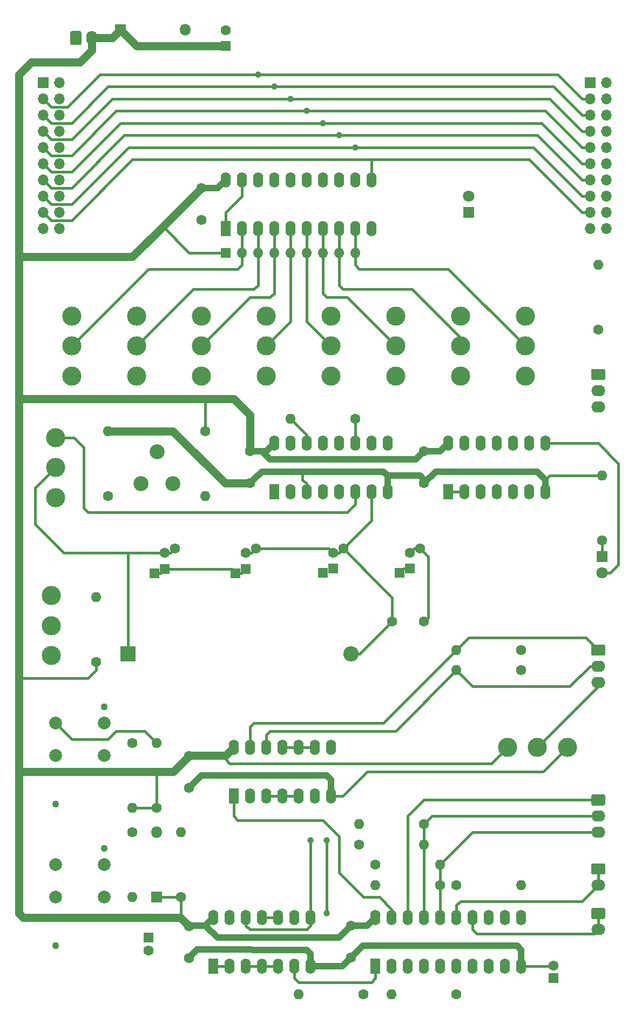
<source format=gbr>
G04 #@! TF.GenerationSoftware,KiCad,Pcbnew,(5.1.7)-1*
G04 #@! TF.CreationDate,2020-12-28T01:09:54+01:00*
G04 #@! TF.ProjectId,EinTaktReset,45696e54-616b-4745-9265-7365742e6b69,rev?*
G04 #@! TF.SameCoordinates,Original*
G04 #@! TF.FileFunction,Copper,L1,Top*
G04 #@! TF.FilePolarity,Positive*
%FSLAX46Y46*%
G04 Gerber Fmt 4.6, Leading zero omitted, Abs format (unit mm)*
G04 Created by KiCad (PCBNEW (5.1.7)-1) date 2020-12-28 01:09:54*
%MOMM*%
%LPD*%
G01*
G04 APERTURE LIST*
G04 #@! TA.AperFunction,ComponentPad*
%ADD10O,2.400000X2.400000*%
G04 #@! TD*
G04 #@! TA.AperFunction,ComponentPad*
%ADD11R,2.400000X2.400000*%
G04 #@! TD*
G04 #@! TA.AperFunction,ComponentPad*
%ADD12O,1.600000X1.600000*%
G04 #@! TD*
G04 #@! TA.AperFunction,ComponentPad*
%ADD13C,1.600000*%
G04 #@! TD*
G04 #@! TA.AperFunction,ComponentPad*
%ADD14R,1.600000X1.600000*%
G04 #@! TD*
G04 #@! TA.AperFunction,ComponentPad*
%ADD15C,2.000000*%
G04 #@! TD*
G04 #@! TA.AperFunction,ComponentPad*
%ADD16C,1.100000*%
G04 #@! TD*
G04 #@! TA.AperFunction,ComponentPad*
%ADD17C,2.997200*%
G04 #@! TD*
G04 #@! TA.AperFunction,ComponentPad*
%ADD18O,1.600000X2.400000*%
G04 #@! TD*
G04 #@! TA.AperFunction,ComponentPad*
%ADD19R,1.600000X2.400000*%
G04 #@! TD*
G04 #@! TA.AperFunction,ComponentPad*
%ADD20C,2.340000*%
G04 #@! TD*
G04 #@! TA.AperFunction,ComponentPad*
%ADD21O,2.190000X1.740000*%
G04 #@! TD*
G04 #@! TA.AperFunction,ComponentPad*
%ADD22O,1.700000X1.700000*%
G04 #@! TD*
G04 #@! TA.AperFunction,ComponentPad*
%ADD23R,1.700000X1.700000*%
G04 #@! TD*
G04 #@! TA.AperFunction,ComponentPad*
%ADD24O,1.740000X2.190000*%
G04 #@! TD*
G04 #@! TA.AperFunction,ComponentPad*
%ADD25C,1.800000*%
G04 #@! TD*
G04 #@! TA.AperFunction,ComponentPad*
%ADD26R,1.800000X1.800000*%
G04 #@! TD*
G04 #@! TA.AperFunction,ComponentPad*
%ADD27O,1.800000X1.800000*%
G04 #@! TD*
G04 #@! TA.AperFunction,ViaPad*
%ADD28C,1.000000*%
G04 #@! TD*
G04 #@! TA.AperFunction,Conductor*
%ADD29C,0.400000*%
G04 #@! TD*
G04 #@! TA.AperFunction,Conductor*
%ADD30C,1.000000*%
G04 #@! TD*
G04 #@! TA.AperFunction,Conductor*
%ADD31C,1.250000*%
G04 #@! TD*
G04 APERTURE END LIST*
D10*
X93345000Y-125730000D03*
D11*
X58345000Y-125730000D03*
D12*
X97155000Y-161925000D03*
D13*
X107315000Y-161925000D03*
D12*
X107315000Y-158750000D03*
D13*
X97155000Y-158750000D03*
D12*
X93980000Y-62865000D03*
X91440000Y-62865000D03*
X88900000Y-62865000D03*
X86360000Y-62865000D03*
X83820000Y-62865000D03*
X81280000Y-62865000D03*
X78740000Y-62865000D03*
X76200000Y-62865000D03*
D14*
X73660000Y-62865000D03*
D15*
X54610000Y-136525000D03*
X54610000Y-141605000D03*
X46990000Y-136525000D03*
D16*
X46990000Y-149225000D03*
X54610000Y-133985000D03*
D15*
X46990000Y-141605000D03*
X54610000Y-158750000D03*
X54610000Y-163830000D03*
X46990000Y-158750000D03*
D16*
X46990000Y-171450000D03*
X54610000Y-156210000D03*
D15*
X46990000Y-163830000D03*
D17*
X46355000Y-116586000D03*
X46355000Y-121285000D03*
X46355000Y-125984000D03*
D18*
X74930000Y-140335000D03*
X90170000Y-147955000D03*
X77470000Y-140335000D03*
X87630000Y-147955000D03*
X80010000Y-140335000D03*
X85090000Y-147955000D03*
X82550000Y-140335000D03*
X82550000Y-147955000D03*
X85090000Y-140335000D03*
X80010000Y-147955000D03*
X87630000Y-140335000D03*
X77470000Y-147955000D03*
X90170000Y-140335000D03*
D19*
X74930000Y-147955000D03*
D18*
X108585000Y-92710000D03*
X123825000Y-100330000D03*
X111125000Y-92710000D03*
X121285000Y-100330000D03*
X113665000Y-92710000D03*
X118745000Y-100330000D03*
X116205000Y-92710000D03*
X116205000Y-100330000D03*
X118745000Y-92710000D03*
X113665000Y-100330000D03*
X121285000Y-92710000D03*
X111125000Y-100330000D03*
X123825000Y-92710000D03*
D19*
X108585000Y-100330000D03*
D18*
X97155000Y-167005000D03*
X120015000Y-174625000D03*
X99695000Y-167005000D03*
X117475000Y-174625000D03*
X102235000Y-167005000D03*
X114935000Y-174625000D03*
X104775000Y-167005000D03*
X112395000Y-174625000D03*
X107315000Y-167005000D03*
X109855000Y-174625000D03*
X109855000Y-167005000D03*
X107315000Y-174625000D03*
X112395000Y-167005000D03*
X104775000Y-174625000D03*
X114935000Y-167005000D03*
X102235000Y-174625000D03*
X117475000Y-167005000D03*
X99695000Y-174625000D03*
X120015000Y-167005000D03*
D19*
X97155000Y-174625000D03*
D18*
X71755000Y-167005000D03*
X86995000Y-174625000D03*
X74295000Y-167005000D03*
X84455000Y-174625000D03*
X76835000Y-167005000D03*
X81915000Y-174625000D03*
X79375000Y-167005000D03*
X79375000Y-174625000D03*
X81915000Y-167005000D03*
X76835000Y-174625000D03*
X84455000Y-167005000D03*
X74295000Y-174625000D03*
X86995000Y-167005000D03*
D19*
X71755000Y-174625000D03*
D17*
X46990000Y-101219000D03*
X46990000Y-96520000D03*
X46990000Y-91821000D03*
X127254000Y-140335000D03*
X122555000Y-140335000D03*
X117856000Y-140335000D03*
D13*
X125095000Y-174530000D03*
D14*
X125095000Y-176530000D03*
D13*
X61595000Y-172180000D03*
D14*
X61595000Y-170180000D03*
D20*
X65405000Y-99060000D03*
X62905000Y-94060000D03*
X60405000Y-99060000D03*
D17*
X120650000Y-82169000D03*
X120650000Y-77470000D03*
X120650000Y-72771000D03*
X110490000Y-82169000D03*
X110490000Y-77470000D03*
X110490000Y-72771000D03*
X100330000Y-82169000D03*
X100330000Y-77470000D03*
X100330000Y-72771000D03*
X90170000Y-82169000D03*
X90170000Y-77470000D03*
X90170000Y-72771000D03*
X80010000Y-82169000D03*
X80010000Y-77470000D03*
X80010000Y-72771000D03*
X69850000Y-82169000D03*
X69850000Y-77470000D03*
X69850000Y-72771000D03*
X59690000Y-82169000D03*
X59690000Y-77470000D03*
X59690000Y-72771000D03*
X49530000Y-82169000D03*
X49530000Y-77470000D03*
X49530000Y-72771000D03*
D21*
X132080000Y-153670000D03*
X132080000Y-151130000D03*
G04 #@! TA.AperFunction,ComponentPad*
G36*
G01*
X131234999Y-147720000D02*
X132925001Y-147720000D01*
G75*
G02*
X133175000Y-147969999I0J-249999D01*
G01*
X133175000Y-149210001D01*
G75*
G02*
X132925001Y-149460000I-249999J0D01*
G01*
X131234999Y-149460000D01*
G75*
G02*
X130985000Y-149210001I0J249999D01*
G01*
X130985000Y-147969999D01*
G75*
G02*
X131234999Y-147720000I249999J0D01*
G01*
G37*
G04 #@! TD.AperFunction*
X132080000Y-130175000D03*
X132080000Y-127635000D03*
G04 #@! TA.AperFunction,ComponentPad*
G36*
G01*
X131234999Y-124225000D02*
X132925001Y-124225000D01*
G75*
G02*
X133175000Y-124474999I0J-249999D01*
G01*
X133175000Y-125715001D01*
G75*
G02*
X132925001Y-125965000I-249999J0D01*
G01*
X131234999Y-125965000D01*
G75*
G02*
X130985000Y-125715001I0J249999D01*
G01*
X130985000Y-124474999D01*
G75*
G02*
X131234999Y-124225000I249999J0D01*
G01*
G37*
G04 #@! TD.AperFunction*
X132080000Y-86995000D03*
X132080000Y-84455000D03*
G04 #@! TA.AperFunction,ComponentPad*
G36*
G01*
X131234999Y-81045000D02*
X132925001Y-81045000D01*
G75*
G02*
X133175000Y-81294999I0J-249999D01*
G01*
X133175000Y-82535001D01*
G75*
G02*
X132925001Y-82785000I-249999J0D01*
G01*
X131234999Y-82785000D01*
G75*
G02*
X130985000Y-82535001I0J249999D01*
G01*
X130985000Y-81294999D01*
G75*
G02*
X131234999Y-81045000I249999J0D01*
G01*
G37*
G04 #@! TD.AperFunction*
D18*
X81280000Y-92710000D03*
X99060000Y-100330000D03*
X83820000Y-92710000D03*
X96520000Y-100330000D03*
X86360000Y-92710000D03*
X93980000Y-100330000D03*
X88900000Y-92710000D03*
X91440000Y-100330000D03*
X91440000Y-92710000D03*
X88900000Y-100330000D03*
X93980000Y-92710000D03*
X86360000Y-100330000D03*
X96520000Y-92710000D03*
X83820000Y-100330000D03*
X99060000Y-92710000D03*
D19*
X81280000Y-100330000D03*
D18*
X73660000Y-51435000D03*
X96520000Y-59055000D03*
X76200000Y-51435000D03*
X93980000Y-59055000D03*
X78740000Y-51435000D03*
X91440000Y-59055000D03*
X81280000Y-51435000D03*
X88900000Y-59055000D03*
X83820000Y-51435000D03*
X86360000Y-59055000D03*
X86360000Y-51435000D03*
X83820000Y-59055000D03*
X88900000Y-51435000D03*
X81280000Y-59055000D03*
X91440000Y-51435000D03*
X78740000Y-59055000D03*
X93980000Y-51435000D03*
X76200000Y-59055000D03*
X96520000Y-51435000D03*
D19*
X73660000Y-59055000D03*
D12*
X55245000Y-90805000D03*
D13*
X55245000Y-100965000D03*
D12*
X70485000Y-100965000D03*
D13*
X70485000Y-90805000D03*
D12*
X83820000Y-88900000D03*
D13*
X93980000Y-88900000D03*
D12*
X53340000Y-116840000D03*
D13*
X53340000Y-127000000D03*
D12*
X59055000Y-149860000D03*
D13*
X59055000Y-139700000D03*
D12*
X62865000Y-139700000D03*
D13*
X62865000Y-149860000D03*
D12*
X109855000Y-125095000D03*
D13*
X120015000Y-125095000D03*
D12*
X109855000Y-128270000D03*
D13*
X120015000Y-128270000D03*
D12*
X104775000Y-155575000D03*
D13*
X94615000Y-155575000D03*
D12*
X94615000Y-152400000D03*
D13*
X104775000Y-152400000D03*
D12*
X132080000Y-64770000D03*
D13*
X132080000Y-74930000D03*
D12*
X85090000Y-179070000D03*
D13*
X95250000Y-179070000D03*
D12*
X99695000Y-179070000D03*
D13*
X109855000Y-179070000D03*
D12*
X132715000Y-97790000D03*
D13*
X132715000Y-107950000D03*
D12*
X120015000Y-161925000D03*
D13*
X109855000Y-161925000D03*
D12*
X59055000Y-163830000D03*
D13*
X59055000Y-153670000D03*
D12*
X66675000Y-153670000D03*
D13*
X66675000Y-163830000D03*
D22*
X133350000Y-59055000D03*
X130810000Y-59055000D03*
X133350000Y-56515000D03*
X130810000Y-56515000D03*
X133350000Y-53975000D03*
X130810000Y-53975000D03*
X133350000Y-51435000D03*
X130810000Y-51435000D03*
X133350000Y-48895000D03*
X130810000Y-48895000D03*
X133350000Y-46355000D03*
X130810000Y-46355000D03*
X133350000Y-43815000D03*
X130810000Y-43815000D03*
X133350000Y-41275000D03*
X130810000Y-41275000D03*
X133350000Y-38735000D03*
X130810000Y-38735000D03*
X133350000Y-36195000D03*
D23*
X130810000Y-36195000D03*
D22*
X47625000Y-59055000D03*
X45085000Y-59055000D03*
X47625000Y-56515000D03*
X45085000Y-56515000D03*
X47625000Y-53975000D03*
X45085000Y-53975000D03*
X47625000Y-51435000D03*
X45085000Y-51435000D03*
X47625000Y-48895000D03*
X45085000Y-48895000D03*
X47625000Y-46355000D03*
X45085000Y-46355000D03*
X47625000Y-43815000D03*
X45085000Y-43815000D03*
X47625000Y-41275000D03*
X45085000Y-41275000D03*
X47625000Y-38735000D03*
X45085000Y-38735000D03*
X47625000Y-36195000D03*
D23*
X45085000Y-36195000D03*
D21*
X132080000Y-168910000D03*
G04 #@! TA.AperFunction,ComponentPad*
G36*
G01*
X131234999Y-165500000D02*
X132925001Y-165500000D01*
G75*
G02*
X133175000Y-165749999I0J-249999D01*
G01*
X133175000Y-166990001D01*
G75*
G02*
X132925001Y-167240000I-249999J0D01*
G01*
X131234999Y-167240000D01*
G75*
G02*
X130985000Y-166990001I0J249999D01*
G01*
X130985000Y-165749999D01*
G75*
G02*
X131234999Y-165500000I249999J0D01*
G01*
G37*
G04 #@! TD.AperFunction*
X132080000Y-161925000D03*
G04 #@! TA.AperFunction,ComponentPad*
G36*
G01*
X131234999Y-158515000D02*
X132925001Y-158515000D01*
G75*
G02*
X133175000Y-158764999I0J-249999D01*
G01*
X133175000Y-160005001D01*
G75*
G02*
X132925001Y-160255000I-249999J0D01*
G01*
X131234999Y-160255000D01*
G75*
G02*
X130985000Y-160005001I0J249999D01*
G01*
X130985000Y-158764999D01*
G75*
G02*
X131234999Y-158515000I249999J0D01*
G01*
G37*
G04 #@! TD.AperFunction*
D24*
X52705000Y-29210000D03*
G04 #@! TA.AperFunction,ComponentPad*
G36*
G01*
X49295000Y-30055001D02*
X49295000Y-28364999D01*
G75*
G02*
X49544999Y-28115000I249999J0D01*
G01*
X50785001Y-28115000D01*
G75*
G02*
X51035000Y-28364999I0J-249999D01*
G01*
X51035000Y-30055001D01*
G75*
G02*
X50785001Y-30305000I-249999J0D01*
G01*
X49544999Y-30305000D01*
G75*
G02*
X49295000Y-30055001I0J249999D01*
G01*
G37*
G04 #@! TD.AperFunction*
D25*
X132715000Y-113030000D03*
D26*
X132715000Y-110490000D03*
D27*
X67310000Y-27940000D03*
D26*
X57150000Y-27940000D03*
D25*
X111760000Y-53975000D03*
D26*
X111760000Y-56515000D03*
D27*
X62865000Y-153670000D03*
D26*
X62865000Y-163830000D03*
D13*
X92100000Y-109188126D03*
D14*
X88900000Y-113030000D03*
D13*
X90500000Y-109859063D03*
D14*
X90500000Y-112359063D03*
D13*
X104165000Y-109188126D03*
D14*
X100965000Y-113030000D03*
D13*
X102565000Y-109859063D03*
D14*
X102565000Y-112359063D03*
D13*
X77470000Y-98980000D03*
X77470000Y-93980000D03*
X93345000Y-173275000D03*
X93345000Y-168275000D03*
X73660000Y-27980000D03*
D14*
X73660000Y-30480000D03*
D13*
X99775000Y-120650000D03*
X104775000Y-120650000D03*
X69850000Y-57705000D03*
X69850000Y-52705000D03*
X67945000Y-173355000D03*
X67945000Y-168355000D03*
X67945000Y-146685000D03*
X67945000Y-141685000D03*
X104775000Y-98980000D03*
X104775000Y-93980000D03*
X78435000Y-109224063D03*
D14*
X75235000Y-113065937D03*
D13*
X76835000Y-109895000D03*
D14*
X76835000Y-112395000D03*
D13*
X65735000Y-109224063D03*
D14*
X62535000Y-113065937D03*
D13*
X64135000Y-109895000D03*
D14*
X64135000Y-112395000D03*
D28*
X93980000Y-46355000D03*
X91440000Y-44450000D03*
X88900000Y-42545000D03*
X86360000Y-40640000D03*
X83820000Y-38735000D03*
X81280000Y-36830000D03*
X78740000Y-34925000D03*
X86995000Y-154940000D03*
X89535000Y-166370000D03*
X89535000Y-154940000D03*
D29*
X131445000Y-169545000D02*
X132080000Y-168910000D01*
X113030000Y-169545000D02*
X131445000Y-169545000D01*
X112395000Y-168910000D02*
X113030000Y-169545000D01*
X112395000Y-167005000D02*
X112395000Y-168910000D01*
X132080000Y-168910000D02*
X132080000Y-166370000D01*
X109855000Y-167005000D02*
X109855000Y-165100000D01*
X109855000Y-165100000D02*
X110490000Y-164465000D01*
X129540000Y-164465000D02*
X132080000Y-161925000D01*
X110490000Y-164465000D02*
X129540000Y-164465000D01*
X132080000Y-161925000D02*
X132080000Y-159385000D01*
D30*
X77470000Y-98980000D02*
X78660000Y-97790000D01*
X78660000Y-97790000D02*
X78740000Y-97790000D01*
X78740000Y-97790000D02*
X79375000Y-97155000D01*
X99060000Y-97790000D02*
X99060000Y-100330000D01*
X98425000Y-97155000D02*
X99060000Y-97790000D01*
X99060000Y-97790000D02*
X104140000Y-97790000D01*
X104775000Y-98425000D02*
X104775000Y-98980000D01*
X104140000Y-97790000D02*
X104775000Y-98425000D01*
X104775000Y-98980000D02*
X106600000Y-97155000D01*
X106600000Y-97155000D02*
X122555000Y-97155000D01*
X123825000Y-98425000D02*
X123825000Y-100330000D01*
X122555000Y-97155000D02*
X123825000Y-98425000D01*
X86360000Y-97155000D02*
X98425000Y-97155000D01*
D29*
X83820000Y-88900000D02*
X86360000Y-91440000D01*
X86360000Y-91440000D02*
X86360000Y-92710000D01*
X86360000Y-100330000D02*
X86360000Y-99060000D01*
X86360000Y-99060000D02*
X85725000Y-98425000D01*
X85725000Y-98425000D02*
X85725000Y-97155000D01*
D30*
X85725000Y-97155000D02*
X86360000Y-97155000D01*
X79375000Y-97155000D02*
X85725000Y-97155000D01*
D31*
X55245000Y-90805000D02*
X65405000Y-90805000D01*
X73580000Y-98980000D02*
X77470000Y-98980000D01*
X65405000Y-90805000D02*
X73580000Y-98980000D01*
D30*
X93345000Y-173275000D02*
X95170000Y-171450000D01*
X95170000Y-171450000D02*
X119380000Y-171450000D01*
X120015000Y-172085000D02*
X120015000Y-174625000D01*
X119380000Y-171450000D02*
X120015000Y-172085000D01*
X91995000Y-174625000D02*
X93345000Y-173275000D01*
X86995000Y-174625000D02*
X91995000Y-174625000D01*
X86995000Y-172720000D02*
X86995000Y-174625000D01*
X69175000Y-172045000D02*
X86360000Y-172085000D01*
X86360000Y-172085000D02*
X86995000Y-172720000D01*
X67945000Y-173275000D02*
X69175000Y-172045000D01*
D29*
X124460000Y-97790000D02*
X123825000Y-98425000D01*
X132715000Y-97790000D02*
X124460000Y-97790000D01*
X125000000Y-174625000D02*
X125095000Y-174530000D01*
X120015000Y-174625000D02*
X125000000Y-174625000D01*
D30*
X90170000Y-145415000D02*
X90170000Y-147955000D01*
X89535000Y-144780000D02*
X90170000Y-145415000D01*
X69850000Y-144780000D02*
X89535000Y-144780000D01*
X67945000Y-146685000D02*
X69850000Y-144780000D01*
D29*
X123444000Y-144145000D02*
X127254000Y-140335000D01*
X95885000Y-144145000D02*
X123444000Y-144145000D01*
X92075000Y-147955000D02*
X95885000Y-144145000D01*
X90170000Y-147955000D02*
X92075000Y-147955000D01*
D31*
X43180000Y-33020000D02*
X41275000Y-34925000D01*
X50800000Y-33020000D02*
X43180000Y-33020000D01*
X52705000Y-31115000D02*
X50800000Y-33020000D01*
X52705000Y-29210000D02*
X52705000Y-31115000D01*
X55880000Y-29210000D02*
X57150000Y-27940000D01*
X52705000Y-29210000D02*
X55880000Y-29210000D01*
X59690000Y-30480000D02*
X57150000Y-27940000D01*
X73660000Y-30480000D02*
X59690000Y-30480000D01*
X41275000Y-34925000D02*
X41275000Y-62230000D01*
D30*
X72390000Y-52705000D02*
X73660000Y-51435000D01*
X69850000Y-52705000D02*
X72390000Y-52705000D01*
D31*
X59055000Y-63500000D02*
X41275000Y-63500000D01*
X41275000Y-62230000D02*
X41275000Y-63500000D01*
X77470000Y-93980000D02*
X77470000Y-88265000D01*
X77470000Y-88265000D02*
X74930000Y-85725000D01*
X41275000Y-63500000D02*
X41275000Y-85725000D01*
X70485000Y-85725000D02*
X41275000Y-85725000D01*
D29*
X70485000Y-90805000D02*
X70485000Y-85725000D01*
D31*
X74930000Y-85725000D02*
X70485000Y-85725000D01*
D30*
X80010000Y-93980000D02*
X81280000Y-92710000D01*
X77470000Y-93980000D02*
X79375000Y-93980000D01*
X79375000Y-93980000D02*
X80010000Y-93980000D01*
X103505000Y-95250000D02*
X104775000Y-93980000D01*
X80645000Y-95250000D02*
X103505000Y-95250000D01*
X79375000Y-93980000D02*
X80645000Y-95250000D01*
X107315000Y-93980000D02*
X108585000Y-92710000D01*
X104775000Y-93980000D02*
X107315000Y-93980000D01*
D29*
X67945000Y-62865000D02*
X63817500Y-58737500D01*
D31*
X63817500Y-58737500D02*
X59055000Y-63500000D01*
D29*
X73660000Y-62865000D02*
X67945000Y-62865000D01*
D31*
X69850000Y-52705000D02*
X63817500Y-58737500D01*
D30*
X95885000Y-168275000D02*
X97155000Y-167005000D01*
X93345000Y-168275000D02*
X95885000Y-168275000D01*
X70485000Y-168275000D02*
X71755000Y-167005000D01*
X67945000Y-168275000D02*
X69215000Y-168275000D01*
X69215000Y-168275000D02*
X70485000Y-168275000D01*
D31*
X41275000Y-85725000D02*
X41275000Y-121920000D01*
D30*
X91440000Y-170180000D02*
X93345000Y-168275000D01*
X72390000Y-170180000D02*
X91440000Y-170180000D01*
X70485000Y-168275000D02*
X72390000Y-170180000D01*
D29*
X62865000Y-163830000D02*
X66675000Y-163830000D01*
X66675000Y-167085000D02*
X67945000Y-168355000D01*
X66675000Y-163830000D02*
X66675000Y-167085000D01*
D31*
X66595000Y-167005000D02*
X67945000Y-168355000D01*
X41910000Y-167005000D02*
X66595000Y-167005000D01*
X41275000Y-166370000D02*
X41910000Y-167005000D01*
D29*
X62865000Y-149860000D02*
X59055000Y-149860000D01*
D31*
X67945000Y-141685000D02*
X65485000Y-144145000D01*
X41275000Y-144145000D02*
X41275000Y-166370000D01*
X41275000Y-135890000D02*
X41275000Y-144145000D01*
D29*
X62865000Y-149860000D02*
X62865000Y-144145000D01*
D31*
X62865000Y-144145000D02*
X41275000Y-144145000D01*
X65485000Y-144145000D02*
X62865000Y-144145000D01*
X73660000Y-141605000D02*
X74930000Y-140335000D01*
X67945000Y-141605000D02*
X73660000Y-141605000D01*
D29*
X115316000Y-142875000D02*
X117856000Y-140335000D01*
X74295000Y-142875000D02*
X115316000Y-142875000D01*
X73660000Y-142240000D02*
X74295000Y-142875000D01*
X73660000Y-141605000D02*
X73660000Y-142240000D01*
X53340000Y-127000000D02*
X53340000Y-128270000D01*
X52070000Y-129540000D02*
X41275000Y-129540000D01*
X53340000Y-128270000D02*
X52070000Y-129540000D01*
D31*
X41275000Y-129540000D02*
X41275000Y-135890000D01*
X41275000Y-121920000D02*
X41275000Y-129540000D01*
D29*
X85090000Y-177165000D02*
X84455000Y-176530000D01*
X84455000Y-176530000D02*
X84455000Y-174625000D01*
X96520000Y-177165000D02*
X85090000Y-177165000D01*
X97155000Y-176530000D02*
X96520000Y-177165000D01*
X97155000Y-174625000D02*
X97155000Y-176530000D01*
X74930000Y-147955000D02*
X74930000Y-149225000D01*
X75565000Y-151765000D02*
X74930000Y-151130000D01*
X88900000Y-151765000D02*
X75565000Y-151765000D01*
X91440000Y-154305000D02*
X88900000Y-151765000D01*
X74930000Y-151130000D02*
X74930000Y-147955000D01*
X91440000Y-160020000D02*
X91440000Y-154305000D01*
X95250000Y-163830000D02*
X91440000Y-160020000D01*
X97790000Y-163830000D02*
X95250000Y-163830000D01*
X99695000Y-165735000D02*
X97790000Y-163830000D01*
X99695000Y-167005000D02*
X99695000Y-165735000D01*
X73660000Y-59055000D02*
X73660000Y-56515000D01*
X76200000Y-53975000D02*
X76200000Y-51435000D01*
X73660000Y-56515000D02*
X76200000Y-53975000D01*
X108585000Y-100330000D02*
X111125000Y-100330000D01*
X45085000Y-56515000D02*
X46355000Y-57785000D01*
X46355000Y-57785000D02*
X49530000Y-57785000D01*
X49530000Y-57785000D02*
X48895000Y-57785000D01*
X120650000Y-48260000D02*
X96520000Y-48260000D01*
X130810000Y-56515000D02*
X129540000Y-56515000D01*
X96520000Y-51435000D02*
X96520000Y-48260000D01*
X49530000Y-57785000D02*
X59055000Y-48260000D01*
X96520000Y-48260000D02*
X59055000Y-48260000D01*
X129540000Y-56515000D02*
X121285000Y-48260000D01*
X121285000Y-48260000D02*
X120650000Y-48260000D01*
X46355000Y-55245000D02*
X45085000Y-53975000D01*
X49530000Y-55245000D02*
X46355000Y-55245000D01*
X129540000Y-53975000D02*
X130810000Y-53975000D01*
X121285000Y-46355000D02*
X121920000Y-46355000D01*
X93980000Y-46355000D02*
X121285000Y-46355000D01*
X49530000Y-55245000D02*
X58420000Y-46355000D01*
X93980000Y-46355000D02*
X58420000Y-46355000D01*
X129540000Y-53975000D02*
X121920000Y-46355000D01*
X46355000Y-52705000D02*
X45085000Y-51435000D01*
X49530000Y-52705000D02*
X46355000Y-52705000D01*
X129540000Y-51435000D02*
X130810000Y-51435000D01*
X91440000Y-44450000D02*
X122555000Y-44450000D01*
X49530000Y-52705000D02*
X57785000Y-44450000D01*
X91440000Y-44450000D02*
X57785000Y-44450000D01*
X129540000Y-51435000D02*
X122555000Y-44450000D01*
X46355000Y-50165000D02*
X45085000Y-48895000D01*
X49530000Y-50165000D02*
X46355000Y-50165000D01*
X130810000Y-48895000D02*
X129540000Y-48895000D01*
X49530000Y-50165000D02*
X57150000Y-42545000D01*
X129540000Y-48895000D02*
X123190000Y-42545000D01*
X123190000Y-42545000D02*
X57150000Y-42545000D01*
X129540000Y-46355000D02*
X130810000Y-46355000D01*
X46355000Y-47625000D02*
X49530000Y-47625000D01*
X45085000Y-46355000D02*
X46355000Y-47625000D01*
X49530000Y-47625000D02*
X56515000Y-40640000D01*
X129540000Y-46355000D02*
X123825000Y-40640000D01*
X56515000Y-40640000D02*
X123825000Y-40640000D01*
X46355000Y-45085000D02*
X45085000Y-43815000D01*
X49530000Y-45085000D02*
X46355000Y-45085000D01*
X130810000Y-43815000D02*
X129540000Y-43815000D01*
X83820000Y-38735000D02*
X59055000Y-38735000D01*
X49530000Y-45085000D02*
X55880000Y-38735000D01*
X55880000Y-38735000D02*
X59055000Y-38735000D01*
X129540000Y-43815000D02*
X124460000Y-38735000D01*
X120015000Y-38735000D02*
X83820000Y-38735000D01*
X124460000Y-38735000D02*
X120015000Y-38735000D01*
X49530000Y-42545000D02*
X46355000Y-42545000D01*
X46355000Y-42545000D02*
X45085000Y-41275000D01*
X130810000Y-41275000D02*
X129540000Y-41275000D01*
X118745000Y-36830000D02*
X59690000Y-36830000D01*
X119380000Y-36830000D02*
X118745000Y-36830000D01*
X55245000Y-36830000D02*
X59690000Y-36830000D01*
X49530000Y-42545000D02*
X55245000Y-36830000D01*
X129540000Y-41275000D02*
X125095000Y-36830000D01*
X125095000Y-36830000D02*
X118745000Y-36830000D01*
X46355000Y-40005000D02*
X45085000Y-38735000D01*
X48895000Y-40005000D02*
X46355000Y-40005000D01*
X129540000Y-38735000D02*
X130810000Y-38735000D01*
X59055000Y-34925000D02*
X78740000Y-34925000D01*
X48895000Y-40005000D02*
X53975000Y-34925000D01*
X53975000Y-34925000D02*
X59055000Y-34925000D01*
X129540000Y-38735000D02*
X125730000Y-34925000D01*
X118110000Y-34925000D02*
X78740000Y-34925000D01*
X125730000Y-34925000D02*
X118110000Y-34925000D01*
X74295000Y-174625000D02*
X71755000Y-174625000D01*
X132080000Y-92710000D02*
X123825000Y-92710000D01*
X135255000Y-95885000D02*
X132080000Y-92710000D01*
X133985000Y-113030000D02*
X135255000Y-111760000D01*
X135255000Y-111760000D02*
X135255000Y-95885000D01*
X132715000Y-113030000D02*
X133985000Y-113030000D01*
X63464063Y-113065937D02*
X64135000Y-112395000D01*
X62535000Y-113065937D02*
X63464063Y-113065937D01*
X74564063Y-112395000D02*
X75235000Y-113065937D01*
X64135000Y-112395000D02*
X74564063Y-112395000D01*
X76164063Y-113065937D02*
X76835000Y-112395000D01*
X75235000Y-113065937D02*
X76164063Y-113065937D01*
X43815000Y-105410000D02*
X48300000Y-109895000D01*
X43815000Y-99695000D02*
X43815000Y-105410000D01*
X46990000Y-96520000D02*
X43815000Y-99695000D01*
X58345000Y-110010000D02*
X58460000Y-109895000D01*
X58345000Y-125730000D02*
X58345000Y-110010000D01*
X58460000Y-109895000D02*
X64135000Y-109895000D01*
X48300000Y-109895000D02*
X58460000Y-109895000D01*
X65064063Y-109895000D02*
X65735000Y-109224063D01*
X64135000Y-109895000D02*
X65064063Y-109895000D01*
X76835000Y-167005000D02*
X76835000Y-168275000D01*
X76835000Y-168275000D02*
X77470000Y-168910000D01*
X77470000Y-168910000D02*
X86360000Y-168910000D01*
X86360000Y-168910000D02*
X86995000Y-168275000D01*
X86995000Y-168275000D02*
X86995000Y-167005000D01*
X86995000Y-167005000D02*
X86995000Y-154940000D01*
X86995000Y-154940000D02*
X86995000Y-154940000D01*
X81915000Y-167005000D02*
X79375000Y-167005000D01*
X87630000Y-140335000D02*
X82550000Y-140335000D01*
X85090000Y-147955000D02*
X80010000Y-147955000D01*
X49530000Y-139065000D02*
X46990000Y-136525000D01*
X55245000Y-139065000D02*
X49530000Y-139065000D01*
X56515000Y-137795000D02*
X55245000Y-139065000D01*
X60960000Y-137795000D02*
X56515000Y-137795000D01*
X62865000Y-139700000D02*
X60960000Y-137795000D01*
X132715000Y-107950000D02*
X132715000Y-110490000D01*
X77764063Y-109895000D02*
X78435000Y-109224063D01*
X76835000Y-109895000D02*
X77764063Y-109895000D01*
X89865000Y-109224063D02*
X90500000Y-109859063D01*
X78435000Y-109224063D02*
X89865000Y-109224063D01*
X91429063Y-109859063D02*
X92100000Y-109188126D01*
X90500000Y-109859063D02*
X91429063Y-109859063D01*
X96513126Y-104775000D02*
X96520000Y-104775000D01*
X92100000Y-109188126D02*
X96513126Y-104775000D01*
X96520000Y-104775000D02*
X96520000Y-100330000D01*
X98425000Y-115513126D02*
X98425000Y-115574063D01*
X92100000Y-109188126D02*
X98425000Y-115513126D01*
X98425000Y-115513126D02*
X98425000Y-115570000D01*
X99775000Y-116920000D02*
X99775000Y-120650000D01*
X98425000Y-115570000D02*
X99775000Y-116920000D01*
X94695000Y-125730000D02*
X99775000Y-120650000D01*
X93345000Y-125730000D02*
X94695000Y-125730000D01*
X103235937Y-109188126D02*
X102565000Y-109859063D01*
X104165000Y-109188126D02*
X103235937Y-109188126D01*
X52070000Y-103505000D02*
X92710000Y-103505000D01*
X51435000Y-102870000D02*
X52070000Y-103505000D01*
X51435000Y-93345000D02*
X51435000Y-102870000D01*
X93980000Y-102235000D02*
X93980000Y-100330000D01*
X49911000Y-91821000D02*
X51435000Y-93345000D01*
X92710000Y-103505000D02*
X93980000Y-102235000D01*
X46990000Y-91821000D02*
X49911000Y-91821000D01*
X105410000Y-110433126D02*
X104165000Y-109188126D01*
X105410000Y-120015000D02*
X105410000Y-110433126D01*
X104775000Y-120650000D02*
X105410000Y-120015000D01*
X101635937Y-112359063D02*
X100965000Y-113030000D01*
X102565000Y-112359063D02*
X101635937Y-112359063D01*
X93980000Y-92710000D02*
X93980000Y-88900000D01*
X132080000Y-127635000D02*
X131479990Y-128235010D01*
X132080000Y-127635000D02*
X130810000Y-127635000D01*
X130810000Y-127635000D02*
X127635000Y-130810000D01*
X112395000Y-130810000D02*
X109855000Y-128270000D01*
X127635000Y-130810000D02*
X112395000Y-130810000D01*
X80010000Y-138430000D02*
X80010000Y-140335000D01*
X80645000Y-137795000D02*
X80010000Y-138430000D01*
X100330000Y-137795000D02*
X80645000Y-137795000D01*
X109855000Y-128270000D02*
X100330000Y-137795000D01*
X132080000Y-125095000D02*
X130175000Y-123190000D01*
X130175000Y-123190000D02*
X111760000Y-123190000D01*
X111760000Y-123190000D02*
X109855000Y-125095000D01*
X77470000Y-137160000D02*
X77470000Y-140335000D01*
X78105000Y-136525000D02*
X77470000Y-137160000D01*
X98425000Y-136525000D02*
X78105000Y-136525000D01*
X109855000Y-125095000D02*
X98425000Y-136525000D01*
X132080000Y-130810000D02*
X132080000Y-130175000D01*
X122555000Y-140335000D02*
X132080000Y-130810000D01*
X102235000Y-165100000D02*
X102235000Y-167005000D01*
X102235000Y-151130000D02*
X102235000Y-165100000D01*
X104775000Y-148590000D02*
X102235000Y-151130000D01*
X132080000Y-148590000D02*
X104775000Y-148590000D01*
X107315000Y-167005000D02*
X107315000Y-165100000D01*
X107315000Y-165100000D02*
X107315000Y-158750000D01*
X112395000Y-153670000D02*
X107315000Y-158750000D01*
X132080000Y-153670000D02*
X112395000Y-153670000D01*
X104775000Y-167005000D02*
X104775000Y-165100000D01*
X104775000Y-165100000D02*
X104775000Y-152400000D01*
X132080000Y-151130000D02*
X106045000Y-151130000D01*
X104775000Y-152400000D02*
X106045000Y-151130000D01*
X81915000Y-174625000D02*
X79375000Y-174625000D01*
X76835000Y-174625000D02*
X79375000Y-174625000D01*
X89535000Y-166370000D02*
X89535000Y-154940000D01*
X93980000Y-62865000D02*
X93980000Y-59055000D01*
X108585000Y-65405000D02*
X120650000Y-77470000D01*
X94615000Y-65405000D02*
X108585000Y-65405000D01*
X93980000Y-64770000D02*
X94615000Y-65405000D01*
X93980000Y-62865000D02*
X93980000Y-64770000D01*
X91440000Y-62865000D02*
X91440000Y-59055000D01*
X102870000Y-68580000D02*
X110490000Y-76200000D01*
X102870000Y-68580000D02*
X92075000Y-68580000D01*
X92075000Y-68580000D02*
X91440000Y-67945000D01*
X91440000Y-64770000D02*
X91440000Y-62865000D01*
X91440000Y-67945000D02*
X91440000Y-64770000D01*
X88900000Y-59055000D02*
X88900000Y-62865000D01*
X100330000Y-77470000D02*
X92710000Y-69850000D01*
X92710000Y-69850000D02*
X89535000Y-69850000D01*
X89535000Y-69850000D02*
X88900000Y-69215000D01*
X88900000Y-69215000D02*
X88900000Y-62865000D01*
X86360000Y-62865000D02*
X86360000Y-59055000D01*
X90170000Y-77470000D02*
X86360000Y-73660000D01*
X86360000Y-73660000D02*
X86360000Y-62865000D01*
X83820000Y-62865000D02*
X83820000Y-59055000D01*
X80010000Y-77470000D02*
X83820000Y-73660000D01*
X83820000Y-73660000D02*
X83820000Y-62865000D01*
X81280000Y-62865000D02*
X81280000Y-59055000D01*
X69850000Y-77470000D02*
X77470000Y-69850000D01*
X77470000Y-69850000D02*
X80645000Y-69850000D01*
X80645000Y-69850000D02*
X81280000Y-69215000D01*
X81280000Y-69215000D02*
X81280000Y-62865000D01*
X78740000Y-62865000D02*
X78740000Y-59055000D01*
X78740000Y-62865000D02*
X78740000Y-64770000D01*
X78105000Y-68580000D02*
X78740000Y-67945000D01*
X68580000Y-68580000D02*
X78105000Y-68580000D01*
X59690000Y-77470000D02*
X68580000Y-68580000D01*
X78740000Y-67945000D02*
X78740000Y-62865000D01*
X76200000Y-62865000D02*
X76200000Y-59055000D01*
X58420000Y-68580000D02*
X49530000Y-77470000D01*
X61595000Y-65405000D02*
X58420000Y-68580000D01*
X75565000Y-65405000D02*
X61595000Y-65405000D01*
X76200000Y-64770000D02*
X75565000Y-65405000D01*
X76200000Y-62865000D02*
X76200000Y-64770000D01*
M02*

</source>
